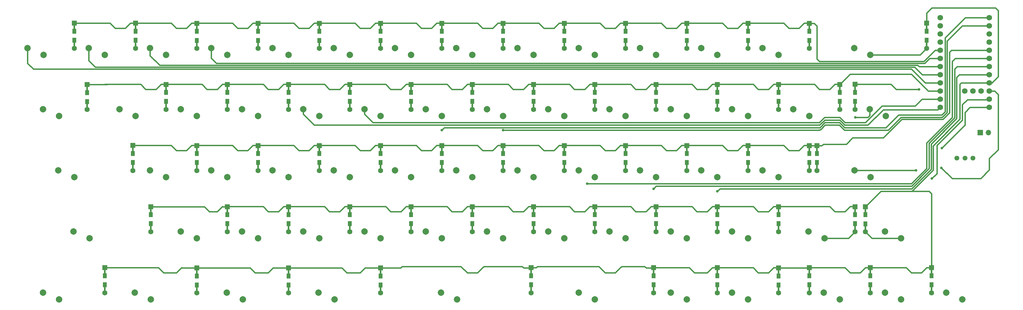
<source format=gtl>
G04 #@! TF.GenerationSoftware,KiCad,Pcbnew,(5.1.10)-1*
G04 #@! TF.CreationDate,2022-02-10T09:54:13+11:00*
G04 #@! TF.ProjectId,mf68,6d663638-2e6b-4696-9361-645f70636258,rev?*
G04 #@! TF.SameCoordinates,Original*
G04 #@! TF.FileFunction,Copper,L1,Top*
G04 #@! TF.FilePolarity,Positive*
%FSLAX46Y46*%
G04 Gerber Fmt 4.6, Leading zero omitted, Abs format (unit mm)*
G04 Created by KiCad (PCBNEW (5.1.10)-1) date 2022-02-10 09:54:13*
%MOMM*%
%LPD*%
G01*
G04 APERTURE LIST*
G04 #@! TA.AperFunction,ComponentPad*
%ADD10C,2.000000*%
G04 #@! TD*
G04 #@! TA.AperFunction,ComponentPad*
%ADD11R,1.600000X1.600000*%
G04 #@! TD*
G04 #@! TA.AperFunction,ComponentPad*
%ADD12C,1.600000*%
G04 #@! TD*
G04 #@! TA.AperFunction,SMDPad,CuDef*
%ADD13R,0.500000X2.900000*%
G04 #@! TD*
G04 #@! TA.AperFunction,SMDPad,CuDef*
%ADD14R,1.200000X1.600000*%
G04 #@! TD*
G04 #@! TA.AperFunction,ComponentPad*
%ADD15O,1.700000X1.700000*%
G04 #@! TD*
G04 #@! TA.AperFunction,ComponentPad*
%ADD16R,1.700000X1.700000*%
G04 #@! TD*
G04 #@! TA.AperFunction,ComponentPad*
%ADD17C,1.500000*%
G04 #@! TD*
G04 #@! TA.AperFunction,ComponentPad*
%ADD18C,1.752600*%
G04 #@! TD*
G04 #@! TA.AperFunction,ViaPad*
%ADD19C,0.800000*%
G04 #@! TD*
G04 #@! TA.AperFunction,Conductor*
%ADD20C,0.400000*%
G04 #@! TD*
G04 APERTURE END LIST*
D10*
X128350000Y-149850000D03*
X133350000Y-151950000D03*
X166450000Y-149850000D03*
X171450000Y-151950000D03*
X295006000Y-73650000D03*
X300006000Y-75750000D03*
X209312500Y-149850000D03*
X214312500Y-151950000D03*
X295037500Y-111750000D03*
X300037500Y-113850000D03*
X47387500Y-111750000D03*
X52387500Y-113850000D03*
D11*
X317500000Y-65881250D03*
D12*
X317500000Y-73681250D03*
D13*
X317500000Y-67281250D03*
D14*
X317500000Y-68381250D03*
X317500000Y-71181250D03*
D13*
X317500000Y-72281250D03*
D11*
X298435400Y-123074150D03*
D12*
X298435400Y-130874150D03*
D13*
X298435400Y-124474150D03*
D14*
X298435400Y-125574150D03*
X298435400Y-128374150D03*
D13*
X298435400Y-129474150D03*
D11*
X319054800Y-142081250D03*
D12*
X319054800Y-149881250D03*
D13*
X319054800Y-143481250D03*
D14*
X319054800Y-144581250D03*
X319054800Y-147381250D03*
D13*
X319054800Y-148481250D03*
D11*
X300006000Y-142081250D03*
D12*
X300006000Y-149881250D03*
D13*
X300006000Y-143481250D03*
D14*
X300006000Y-144581250D03*
X300006000Y-147381250D03*
D13*
X300006000Y-148481250D03*
D11*
X280987500Y-142081250D03*
D12*
X280987500Y-149881250D03*
D13*
X280987500Y-143481250D03*
D14*
X280987500Y-144581250D03*
X280987500Y-147381250D03*
D13*
X280987500Y-148481250D03*
D11*
X271432800Y-142150000D03*
D12*
X271432800Y-149950000D03*
D13*
X271432800Y-143550000D03*
D14*
X271432800Y-144650000D03*
X271432800Y-147450000D03*
D13*
X271432800Y-148550000D03*
D11*
X252384000Y-142081250D03*
D12*
X252384000Y-149881250D03*
D13*
X252384000Y-143481250D03*
D14*
X252384000Y-144581250D03*
X252384000Y-147381250D03*
D13*
X252384000Y-148481250D03*
D11*
X232568750Y-142081250D03*
D12*
X232568750Y-149881250D03*
D13*
X232568750Y-143481250D03*
D14*
X232568750Y-144581250D03*
X232568750Y-147381250D03*
D13*
X232568750Y-148481250D03*
D11*
X194468750Y-142081250D03*
D12*
X194468750Y-149881250D03*
D13*
X194468750Y-143481250D03*
D14*
X194468750Y-144581250D03*
X194468750Y-147381250D03*
D13*
X194468750Y-148481250D03*
D11*
X147637500Y-142150000D03*
D12*
X147637500Y-149950000D03*
D13*
X147637500Y-143550000D03*
D14*
X147637500Y-144650000D03*
X147637500Y-147450000D03*
D13*
X147637500Y-148550000D03*
D11*
X119062500Y-142150000D03*
D12*
X119062500Y-149950000D03*
D13*
X119062500Y-143550000D03*
D14*
X119062500Y-144650000D03*
X119062500Y-147450000D03*
D13*
X119062500Y-148550000D03*
D11*
X90487500Y-142150000D03*
D12*
X90487500Y-149950000D03*
D13*
X90487500Y-143550000D03*
D14*
X90487500Y-144650000D03*
X90487500Y-147450000D03*
D13*
X90487500Y-148550000D03*
D11*
X61912500Y-142081250D03*
D12*
X61912500Y-149881250D03*
D13*
X61912500Y-143481250D03*
D14*
X61912500Y-144581250D03*
X61912500Y-147381250D03*
D13*
X61912500Y-148481250D03*
D11*
X295243800Y-84931250D03*
D12*
X295243800Y-92731250D03*
D13*
X295243800Y-86331250D03*
D14*
X295243800Y-87431250D03*
X295243800Y-90231250D03*
D13*
X295243800Y-91331250D03*
D11*
X295243800Y-123066950D03*
D12*
X295243800Y-130866950D03*
D13*
X295243800Y-124466950D03*
D14*
X295243800Y-125566950D03*
X295243800Y-128366950D03*
D13*
X295243800Y-129466950D03*
D11*
X271432800Y-123066950D03*
D12*
X271432800Y-130866950D03*
D13*
X271432800Y-124466950D03*
D14*
X271432800Y-125566950D03*
X271432800Y-128366950D03*
D13*
X271432800Y-129466950D03*
D11*
X252384000Y-123066950D03*
D12*
X252384000Y-130866950D03*
D13*
X252384000Y-124466950D03*
D14*
X252384000Y-125566950D03*
X252384000Y-128366950D03*
D13*
X252384000Y-129466950D03*
D11*
X233335200Y-123066950D03*
D12*
X233335200Y-130866950D03*
D13*
X233335200Y-124466950D03*
D14*
X233335200Y-125566950D03*
X233335200Y-128366950D03*
D13*
X233335200Y-129466950D03*
D11*
X214286400Y-123066950D03*
D12*
X214286400Y-130866950D03*
D13*
X214286400Y-124466950D03*
D14*
X214286400Y-125566950D03*
X214286400Y-128366950D03*
D13*
X214286400Y-129466950D03*
D11*
X195237600Y-123066950D03*
D12*
X195237600Y-130866950D03*
D13*
X195237600Y-124466950D03*
D14*
X195237600Y-125566950D03*
X195237600Y-128366950D03*
D13*
X195237600Y-129466950D03*
D11*
X176188800Y-123066950D03*
D12*
X176188800Y-130866950D03*
D13*
X176188800Y-124466950D03*
D14*
X176188800Y-125566950D03*
X176188800Y-128366950D03*
D13*
X176188800Y-129466950D03*
D11*
X157140000Y-123066950D03*
D12*
X157140000Y-130866950D03*
D13*
X157140000Y-124466950D03*
D14*
X157140000Y-125566950D03*
X157140000Y-128366950D03*
D13*
X157140000Y-129466950D03*
D11*
X138091200Y-123066950D03*
D12*
X138091200Y-130866950D03*
D13*
X138091200Y-124466950D03*
D14*
X138091200Y-125566950D03*
X138091200Y-128366950D03*
D13*
X138091200Y-129466950D03*
D11*
X119042400Y-123066950D03*
D12*
X119042400Y-130866950D03*
D13*
X119042400Y-124466950D03*
D14*
X119042400Y-125566950D03*
X119042400Y-128366950D03*
D13*
X119042400Y-129466950D03*
D11*
X99993600Y-123066950D03*
D12*
X99993600Y-130866950D03*
D13*
X99993600Y-124466950D03*
D14*
X99993600Y-125566950D03*
X99993600Y-128366950D03*
D13*
X99993600Y-129466950D03*
D11*
X76182600Y-123066950D03*
D12*
X76182600Y-130866950D03*
D13*
X76182600Y-124466950D03*
D14*
X76182600Y-125566950D03*
X76182600Y-128366950D03*
D13*
X76182600Y-129466950D03*
D11*
X283368750Y-104018150D03*
D12*
X283368750Y-111818150D03*
D13*
X283368750Y-105418150D03*
D14*
X283368750Y-106518150D03*
X283368750Y-109318150D03*
D13*
X283368750Y-110418150D03*
D11*
X280987500Y-104018150D03*
D12*
X280987500Y-111818150D03*
D13*
X280987500Y-105418150D03*
D14*
X280987500Y-106518150D03*
X280987500Y-109318150D03*
D13*
X280987500Y-110418150D03*
D11*
X261908400Y-104018150D03*
D12*
X261908400Y-111818150D03*
D13*
X261908400Y-105418150D03*
D14*
X261908400Y-106518150D03*
X261908400Y-109318150D03*
D13*
X261908400Y-110418150D03*
D11*
X242859600Y-104018150D03*
D12*
X242859600Y-111818150D03*
D13*
X242859600Y-105418150D03*
D14*
X242859600Y-106518150D03*
X242859600Y-109318150D03*
D13*
X242859600Y-110418150D03*
D11*
X223810800Y-104018150D03*
D12*
X223810800Y-111818150D03*
D13*
X223810800Y-105418150D03*
D14*
X223810800Y-106518150D03*
X223810800Y-109318150D03*
D13*
X223810800Y-110418150D03*
D11*
X204762000Y-104018150D03*
D12*
X204762000Y-111818150D03*
D13*
X204762000Y-105418150D03*
D14*
X204762000Y-106518150D03*
X204762000Y-109318150D03*
D13*
X204762000Y-110418150D03*
D11*
X185713200Y-104018150D03*
D12*
X185713200Y-111818150D03*
D13*
X185713200Y-105418150D03*
D14*
X185713200Y-106518150D03*
X185713200Y-109318150D03*
D13*
X185713200Y-110418150D03*
D11*
X166664400Y-104018150D03*
D12*
X166664400Y-111818150D03*
D13*
X166664400Y-105418150D03*
D14*
X166664400Y-106518150D03*
X166664400Y-109318150D03*
D13*
X166664400Y-110418150D03*
D11*
X147615600Y-104018150D03*
D12*
X147615600Y-111818150D03*
D13*
X147615600Y-105418150D03*
D14*
X147615600Y-106518150D03*
X147615600Y-109318150D03*
D13*
X147615600Y-110418150D03*
D11*
X128566800Y-104018150D03*
D12*
X128566800Y-111818150D03*
D13*
X128566800Y-105418150D03*
D14*
X128566800Y-106518150D03*
X128566800Y-109318150D03*
D13*
X128566800Y-110418150D03*
D11*
X109518000Y-104018150D03*
D12*
X109518000Y-111818150D03*
D13*
X109518000Y-105418150D03*
D14*
X109518000Y-106518150D03*
X109518000Y-109318150D03*
D13*
X109518000Y-110418150D03*
D11*
X90469200Y-104018150D03*
D12*
X90469200Y-111818150D03*
D13*
X90469200Y-105418150D03*
D14*
X90469200Y-106518150D03*
X90469200Y-109318150D03*
D13*
X90469200Y-110418150D03*
D11*
X70643750Y-103981250D03*
D12*
X70643750Y-111781250D03*
D13*
X70643750Y-105381250D03*
D14*
X70643750Y-106481250D03*
X70643750Y-109281250D03*
D13*
X70643750Y-110381250D03*
D11*
X290481600Y-84969350D03*
D12*
X290481600Y-92769350D03*
D13*
X290481600Y-86369350D03*
D14*
X290481600Y-87469350D03*
X290481600Y-90269350D03*
D13*
X290481600Y-91369350D03*
D11*
X271432800Y-84969350D03*
D12*
X271432800Y-92769350D03*
D13*
X271432800Y-86369350D03*
D14*
X271432800Y-87469350D03*
X271432800Y-90269350D03*
D13*
X271432800Y-91369350D03*
D11*
X252384000Y-84969350D03*
D12*
X252384000Y-92769350D03*
D13*
X252384000Y-86369350D03*
D14*
X252384000Y-87469350D03*
X252384000Y-90269350D03*
D13*
X252384000Y-91369350D03*
D11*
X233335200Y-84969350D03*
D12*
X233335200Y-92769350D03*
D13*
X233335200Y-86369350D03*
D14*
X233335200Y-87469350D03*
X233335200Y-90269350D03*
D13*
X233335200Y-91369350D03*
D11*
X214286400Y-84969350D03*
D12*
X214286400Y-92769350D03*
D13*
X214286400Y-86369350D03*
D14*
X214286400Y-87469350D03*
X214286400Y-90269350D03*
D13*
X214286400Y-91369350D03*
D11*
X195237600Y-84969350D03*
D12*
X195237600Y-92769350D03*
D13*
X195237600Y-86369350D03*
D14*
X195237600Y-87469350D03*
X195237600Y-90269350D03*
D13*
X195237600Y-91369350D03*
D11*
X176188800Y-84969350D03*
D12*
X176188800Y-92769350D03*
D13*
X176188800Y-86369350D03*
D14*
X176188800Y-87469350D03*
X176188800Y-90269350D03*
D13*
X176188800Y-91369350D03*
D11*
X157140000Y-84969350D03*
D12*
X157140000Y-92769350D03*
D13*
X157140000Y-86369350D03*
D14*
X157140000Y-87469350D03*
X157140000Y-90269350D03*
D13*
X157140000Y-91369350D03*
D11*
X138091200Y-84969350D03*
D12*
X138091200Y-92769350D03*
D13*
X138091200Y-86369350D03*
D14*
X138091200Y-87469350D03*
X138091200Y-90269350D03*
D13*
X138091200Y-91369350D03*
D11*
X119042400Y-84969350D03*
D12*
X119042400Y-92769350D03*
D13*
X119042400Y-86369350D03*
D14*
X119042400Y-87469350D03*
X119042400Y-90269350D03*
D13*
X119042400Y-91369350D03*
D11*
X99993600Y-84969350D03*
D12*
X99993600Y-92769350D03*
D13*
X99993600Y-86369350D03*
D14*
X99993600Y-87469350D03*
X99993600Y-90269350D03*
D13*
X99993600Y-91369350D03*
D11*
X80944800Y-84969350D03*
D12*
X80944800Y-92769350D03*
D13*
X80944800Y-86369350D03*
D14*
X80944800Y-87469350D03*
X80944800Y-90269350D03*
D13*
X80944800Y-91369350D03*
D11*
X56400000Y-84985946D03*
D12*
X56400000Y-92785946D03*
D13*
X56400000Y-86385946D03*
D14*
X56400000Y-87485946D03*
X56400000Y-90285946D03*
D13*
X56400000Y-91385946D03*
D11*
X280957200Y-65920550D03*
D12*
X280957200Y-73720550D03*
D13*
X280957200Y-67320550D03*
D14*
X280957200Y-68420550D03*
X280957200Y-71220550D03*
D13*
X280957200Y-72320550D03*
D11*
X261908400Y-65920550D03*
D12*
X261908400Y-73720550D03*
D13*
X261908400Y-67320550D03*
D14*
X261908400Y-68420550D03*
X261908400Y-71220550D03*
D13*
X261908400Y-72320550D03*
D11*
X242859600Y-65920550D03*
D12*
X242859600Y-73720550D03*
D13*
X242859600Y-67320550D03*
D14*
X242859600Y-68420550D03*
X242859600Y-71220550D03*
D13*
X242859600Y-72320550D03*
D11*
X223810800Y-65920550D03*
D12*
X223810800Y-73720550D03*
D13*
X223810800Y-67320550D03*
D14*
X223810800Y-68420550D03*
X223810800Y-71220550D03*
D13*
X223810800Y-72320550D03*
D11*
X204762000Y-65920550D03*
D12*
X204762000Y-73720550D03*
D13*
X204762000Y-67320550D03*
D14*
X204762000Y-68420550D03*
X204762000Y-71220550D03*
D13*
X204762000Y-72320550D03*
D11*
X185713200Y-65920550D03*
D12*
X185713200Y-73720550D03*
D13*
X185713200Y-67320550D03*
D14*
X185713200Y-68420550D03*
X185713200Y-71220550D03*
D13*
X185713200Y-72320550D03*
D11*
X166664400Y-65920550D03*
D12*
X166664400Y-73720550D03*
D13*
X166664400Y-67320550D03*
D14*
X166664400Y-68420550D03*
X166664400Y-71220550D03*
D13*
X166664400Y-72320550D03*
D11*
X147615600Y-65920550D03*
D12*
X147615600Y-73720550D03*
D13*
X147615600Y-67320550D03*
D14*
X147615600Y-68420550D03*
X147615600Y-71220550D03*
D13*
X147615600Y-72320550D03*
D11*
X128566800Y-65920550D03*
D12*
X128566800Y-73720550D03*
D13*
X128566800Y-67320550D03*
D14*
X128566800Y-68420550D03*
X128566800Y-71220550D03*
D13*
X128566800Y-72320550D03*
D11*
X109518000Y-65920550D03*
D12*
X109518000Y-73720550D03*
D13*
X109518000Y-67320550D03*
D14*
X109518000Y-68420550D03*
X109518000Y-71220550D03*
D13*
X109518000Y-72320550D03*
D11*
X90487500Y-65920550D03*
D12*
X90487500Y-73720550D03*
D13*
X90487500Y-67320550D03*
D14*
X90487500Y-68420550D03*
X90487500Y-71220550D03*
D13*
X90487500Y-72320550D03*
D11*
X71437500Y-65881250D03*
D12*
X71437500Y-73681250D03*
D13*
X71437500Y-67281250D03*
D14*
X71437500Y-68381250D03*
X71437500Y-71181250D03*
D13*
X71437500Y-72281250D03*
D11*
X52387500Y-65881250D03*
D12*
X52387500Y-73681250D03*
D13*
X52387500Y-67281250D03*
D14*
X52387500Y-68381250D03*
X52387500Y-71181250D03*
D13*
X52387500Y-72281250D03*
D10*
X123566800Y-92700000D03*
X128566800Y-94800000D03*
X304562500Y-130800000D03*
X309562500Y-132900000D03*
X323612500Y-149850000D03*
X328612500Y-151950000D03*
X304562500Y-149850000D03*
X309562500Y-151950000D03*
X285481600Y-149850000D03*
X290481600Y-151950000D03*
X256937500Y-149850000D03*
X261937500Y-151950000D03*
X237887500Y-149850000D03*
X242887500Y-151950000D03*
X256937500Y-130800000D03*
X261937500Y-132900000D03*
X237887500Y-130800000D03*
X242887500Y-132900000D03*
X218837500Y-130800000D03*
X223837500Y-132900000D03*
X199787500Y-130800000D03*
X204787500Y-132900000D03*
X180737500Y-130800000D03*
X185737500Y-132900000D03*
X161687500Y-130800000D03*
X166687500Y-132900000D03*
X142637500Y-130800000D03*
X147637500Y-132900000D03*
X123587500Y-130800000D03*
X128587500Y-132900000D03*
X104537500Y-130800000D03*
X109537500Y-132900000D03*
X85469200Y-130800000D03*
X90469200Y-132900000D03*
X266462500Y-111750000D03*
X271462500Y-113850000D03*
X247412500Y-111750000D03*
X252412500Y-113850000D03*
X228362500Y-111750000D03*
X233362500Y-113850000D03*
X209312500Y-111750000D03*
X214312500Y-113850000D03*
X190262500Y-111750000D03*
X195262500Y-113850000D03*
X171212500Y-111750000D03*
X176212500Y-113850000D03*
X152162500Y-111750000D03*
X157162500Y-113850000D03*
X133112500Y-111750000D03*
X138112500Y-113850000D03*
X114062500Y-111750000D03*
X119062500Y-113850000D03*
X95012500Y-111750000D03*
X100012500Y-113850000D03*
X75962500Y-111750000D03*
X80962500Y-113850000D03*
X275987500Y-92700000D03*
X280987500Y-94800000D03*
X256937500Y-92700000D03*
X261937500Y-94800000D03*
X237887500Y-92700000D03*
X242887500Y-94800000D03*
X218837500Y-92700000D03*
X223837500Y-94800000D03*
X199787500Y-92700000D03*
X204787500Y-94800000D03*
X180713200Y-92700000D03*
X185713200Y-94800000D03*
X161664400Y-92700000D03*
X166664400Y-94800000D03*
X142637500Y-92700000D03*
X147637500Y-94800000D03*
X104518000Y-92700000D03*
X109518000Y-94800000D03*
X85469200Y-92700000D03*
X90469200Y-94800000D03*
X66420400Y-92700000D03*
X71420400Y-94800000D03*
X266432800Y-73650000D03*
X271432800Y-75750000D03*
X247384000Y-73650000D03*
X252384000Y-75750000D03*
X228335200Y-73650000D03*
X233335200Y-75750000D03*
X209286400Y-73650000D03*
X214286400Y-75750000D03*
X190237600Y-73650000D03*
X195237600Y-75750000D03*
X171188800Y-73650000D03*
X176188800Y-75750000D03*
X152140000Y-73650000D03*
X157140000Y-75750000D03*
X133091200Y-73650000D03*
X138091200Y-75750000D03*
X114062500Y-73650000D03*
X119062500Y-75750000D03*
X95012500Y-73650000D03*
X100012500Y-75750000D03*
X75962500Y-73650000D03*
X80962500Y-75750000D03*
X56912500Y-73650000D03*
X61912500Y-75750000D03*
X37862500Y-73650000D03*
X42862500Y-75750000D03*
X99775000Y-149850000D03*
X104775000Y-151950000D03*
X71200000Y-149850000D03*
X76200000Y-151950000D03*
X42621940Y-149840616D03*
X47621940Y-151940616D03*
X299824100Y-92700000D03*
X304824100Y-94800000D03*
X280750000Y-130800000D03*
X285750000Y-132900000D03*
X52150000Y-130800000D03*
X57150000Y-132900000D03*
X42621940Y-92694288D03*
X47621940Y-94794288D03*
D15*
X336675100Y-99981400D03*
D16*
X334135100Y-99981400D03*
D17*
X331900000Y-107918400D03*
X329400000Y-107918400D03*
X326900000Y-107918400D03*
D18*
X336992900Y-64180000D03*
X336992900Y-66720000D03*
X336992900Y-69260000D03*
X336992900Y-71800000D03*
X336992900Y-74340000D03*
X336992900Y-76880000D03*
X336992900Y-79420000D03*
X336992900Y-81960000D03*
X336992900Y-84500000D03*
X336992900Y-87040000D03*
X336992900Y-89580000D03*
X321752900Y-92120000D03*
X321752900Y-89580000D03*
X321752900Y-87040000D03*
X321752900Y-84500000D03*
X321752900Y-81960000D03*
X321752900Y-79420000D03*
X321752900Y-76880000D03*
X321752900Y-74340000D03*
X321752900Y-71800000D03*
X321752900Y-69260000D03*
X321752900Y-66720000D03*
X336992900Y-92120000D03*
X321752900Y-64180000D03*
X334452900Y-87040000D03*
X331912900Y-87040000D03*
X329372900Y-87040000D03*
D19*
X315118750Y-86518750D03*
X322262500Y-104775000D03*
X166687500Y-99218750D03*
X185737500Y-99225000D03*
X211931250Y-115887500D03*
X232568750Y-117475000D03*
X252412500Y-118268750D03*
X319087500Y-114300000D03*
X322093750Y-110956250D03*
X295275000Y-95250000D03*
X314156250Y-111750000D03*
D20*
X277812500Y-67468750D02*
X279400000Y-65881250D01*
X274637500Y-67468750D02*
X277812500Y-67468750D01*
X279400000Y-65881250D02*
X280987500Y-65881250D01*
X261937500Y-65881250D02*
X273050000Y-65881250D01*
X273050000Y-65881250D02*
X274637500Y-67468750D01*
X258762500Y-67468750D02*
X260350000Y-65881250D01*
X255587500Y-67468750D02*
X258762500Y-67468750D01*
X260350000Y-65881250D02*
X261937500Y-65881250D01*
X242887500Y-65881250D02*
X254000000Y-65881250D01*
X254000000Y-65881250D02*
X255587500Y-67468750D01*
X239712500Y-67468750D02*
X241300000Y-65881250D01*
X236537500Y-67468750D02*
X239712500Y-67468750D01*
X241300000Y-65881250D02*
X242887500Y-65881250D01*
X223837500Y-65881250D02*
X234950000Y-65881250D01*
X234950000Y-65881250D02*
X236537500Y-67468750D01*
X220662500Y-67468750D02*
X222250000Y-65881250D01*
X217487500Y-67468750D02*
X220662500Y-67468750D01*
X222250000Y-65881250D02*
X223837500Y-65881250D01*
X204787500Y-65881250D02*
X215900000Y-65881250D01*
X215900000Y-65881250D02*
X217487500Y-67468750D01*
X201612500Y-67468750D02*
X203200000Y-65881250D01*
X198437500Y-67468750D02*
X201612500Y-67468750D01*
X203200000Y-65881250D02*
X204787500Y-65881250D01*
X185737500Y-65881250D02*
X196850000Y-65881250D01*
X196850000Y-65881250D02*
X198437500Y-67468750D01*
X182562500Y-67468750D02*
X184150000Y-65881250D01*
X179387500Y-67468750D02*
X182562500Y-67468750D01*
X184150000Y-65881250D02*
X185737500Y-65881250D01*
X166687500Y-65881250D02*
X177800000Y-65881250D01*
X177800000Y-65881250D02*
X179387500Y-67468750D01*
X163512500Y-67468750D02*
X165100000Y-65881250D01*
X160337500Y-67468750D02*
X163512500Y-67468750D01*
X165100000Y-65881250D02*
X166687500Y-65881250D01*
X147637500Y-65881250D02*
X158750000Y-65881250D01*
X158750000Y-65881250D02*
X160337500Y-67468750D01*
X144462500Y-67468750D02*
X146050000Y-65881250D01*
X141287500Y-67468750D02*
X144462500Y-67468750D01*
X146050000Y-65881250D02*
X147637500Y-65881250D01*
X128587500Y-65881250D02*
X139700000Y-65881250D01*
X139700000Y-65881250D02*
X141287500Y-67468750D01*
X125412500Y-67468750D02*
X127000000Y-65881250D01*
X122237500Y-67468750D02*
X125412500Y-67468750D01*
X127000000Y-65881250D02*
X128587500Y-65881250D01*
X109537500Y-65881250D02*
X120650000Y-65881250D01*
X120650000Y-65881250D02*
X122237500Y-67468750D01*
X106362500Y-67468750D02*
X107950000Y-65881250D01*
X103187500Y-67468750D02*
X106362500Y-67468750D01*
X107950000Y-65881250D02*
X109537500Y-65881250D01*
X90487500Y-65881250D02*
X101600000Y-65881250D01*
X101600000Y-65881250D02*
X103187500Y-67468750D01*
X87312500Y-67468750D02*
X88900000Y-65881250D01*
X84137500Y-67468750D02*
X87312500Y-67468750D01*
X88900000Y-65881250D02*
X90487500Y-65881250D01*
X71437500Y-65881250D02*
X82550000Y-65881250D01*
X82550000Y-65881250D02*
X84137500Y-67468750D01*
X52387500Y-65881250D02*
X63500000Y-65881250D01*
X69850000Y-65881250D02*
X71437500Y-65881250D01*
X65087500Y-67468750D02*
X68262500Y-67468750D01*
X68262500Y-67468750D02*
X69850000Y-65881250D01*
X63500000Y-65881250D02*
X65087500Y-67468750D01*
X280957200Y-65920550D02*
X282535700Y-65920550D01*
X282535700Y-65920550D02*
X283368750Y-66753600D01*
X283368750Y-76993750D02*
X284143710Y-77768710D01*
X283368750Y-66753600D02*
X283368750Y-76993750D01*
X320098958Y-74340000D02*
X321752900Y-74340000D01*
X316670248Y-77768710D02*
X320098958Y-74340000D01*
X284143710Y-77768710D02*
X316670248Y-77768710D01*
X77787500Y-86518750D02*
X79375000Y-84931250D01*
X74612500Y-86518750D02*
X77787500Y-86518750D01*
X79375000Y-84931250D02*
X80962500Y-84931250D01*
X73025000Y-84931250D02*
X74612500Y-86518750D01*
X111125000Y-84931250D02*
X112712500Y-86518750D01*
X93662500Y-86518750D02*
X96837500Y-86518750D01*
X96837500Y-86518750D02*
X98425000Y-84931250D01*
X112712500Y-86518750D02*
X115887500Y-86518750D01*
X92075000Y-84931250D02*
X93662500Y-86518750D01*
X117475000Y-84931250D02*
X119062500Y-84931250D01*
X98425000Y-84931250D02*
X100012500Y-84931250D01*
X80962500Y-84931250D02*
X92075000Y-84931250D01*
X115887500Y-86518750D02*
X117475000Y-84931250D01*
X100012500Y-84931250D02*
X111125000Y-84931250D01*
X174625000Y-84931250D02*
X176212500Y-84931250D01*
X168275000Y-84931250D02*
X169862500Y-86518750D01*
X211137500Y-86518750D02*
X212725000Y-84931250D01*
X212725000Y-84931250D02*
X214312500Y-84931250D01*
X214312500Y-84931250D02*
X225425000Y-84931250D01*
X263525000Y-84931250D02*
X265112500Y-86518750D01*
X130175000Y-84931250D02*
X131762500Y-86518750D01*
X119062500Y-84931250D02*
X130175000Y-84931250D01*
X246062500Y-86518750D02*
X249237500Y-86518750D01*
X250825000Y-84931250D02*
X252412500Y-84931250D01*
X284162500Y-86518750D02*
X287337500Y-86518750D01*
X157162500Y-84931250D02*
X168275000Y-84931250D01*
X187325000Y-84931250D02*
X188912500Y-86518750D01*
X136525000Y-84931250D02*
X138112500Y-84931250D01*
X230187500Y-86518750D02*
X231775000Y-84931250D01*
X149225000Y-84931250D02*
X150812500Y-86518750D01*
X227012500Y-86518750D02*
X230187500Y-86518750D01*
X150812500Y-86518750D02*
X153987500Y-86518750D01*
X155575000Y-84931250D02*
X157162500Y-84931250D01*
X193675000Y-84931250D02*
X195262500Y-84931250D01*
X173037500Y-86518750D02*
X174625000Y-84931250D01*
X269875000Y-84931250D02*
X271462500Y-84931250D01*
X288925000Y-84931250D02*
X290512500Y-84931250D01*
X282575000Y-84931250D02*
X284162500Y-86518750D01*
X268287500Y-86518750D02*
X269875000Y-84931250D01*
X131762500Y-86518750D02*
X134937500Y-86518750D01*
X169862500Y-86518750D02*
X173037500Y-86518750D01*
X153987500Y-86518750D02*
X155575000Y-84931250D01*
X287337500Y-86518750D02*
X288925000Y-84931250D01*
X206375000Y-84931250D02*
X207962500Y-86518750D01*
X271462500Y-84931250D02*
X282575000Y-84931250D01*
X134937500Y-86518750D02*
X136525000Y-84931250D01*
X233362500Y-84931250D02*
X244475000Y-84931250D01*
X195262500Y-84931250D02*
X206375000Y-84931250D01*
X265112500Y-86518750D02*
X268287500Y-86518750D01*
X192087500Y-86518750D02*
X193675000Y-84931250D01*
X244475000Y-84931250D02*
X246062500Y-86518750D01*
X207962500Y-86518750D02*
X211137500Y-86518750D01*
X231775000Y-84931250D02*
X233362500Y-84931250D01*
X188912500Y-86518750D02*
X192087500Y-86518750D01*
X225425000Y-84931250D02*
X227012500Y-86518750D01*
X138112500Y-84931250D02*
X149225000Y-84931250D01*
X249237500Y-86518750D02*
X250825000Y-84931250D01*
X252412500Y-84931250D02*
X263525000Y-84931250D01*
X176212500Y-84931250D02*
X187325000Y-84931250D01*
X62651554Y-84985946D02*
X62706250Y-84931250D01*
X56400000Y-84985946D02*
X62651554Y-84985946D01*
X62706250Y-84931250D02*
X73025000Y-84931250D01*
X61912500Y-84931250D02*
X62706250Y-84931250D01*
X321480400Y-87312500D02*
X321752900Y-87040000D01*
X318021250Y-87040000D02*
X321752900Y-87040000D01*
X312737500Y-81756250D02*
X318021250Y-87040000D01*
X293687500Y-81756250D02*
X312737500Y-81756250D01*
X290481600Y-84962150D02*
X293687500Y-81756250D01*
X290481600Y-84969350D02*
X290481600Y-84962150D01*
X101600000Y-103981250D02*
X103187500Y-105568750D01*
X90487500Y-103981250D02*
X101600000Y-103981250D01*
X106362500Y-105568750D02*
X107950000Y-103981250D01*
X107950000Y-103981250D02*
X109537500Y-103981250D01*
X103187500Y-105568750D02*
X106362500Y-105568750D01*
X165100000Y-103981250D02*
X166687500Y-103981250D01*
X160337500Y-105568750D02*
X163512500Y-105568750D01*
X163512500Y-105568750D02*
X165100000Y-103981250D01*
X147637500Y-103981250D02*
X158750000Y-103981250D01*
X158750000Y-103981250D02*
X160337500Y-105568750D01*
X201612500Y-105568750D02*
X203200000Y-103981250D01*
X198437500Y-105568750D02*
X201612500Y-105568750D01*
X185737500Y-103981250D02*
X196850000Y-103981250D01*
X196850000Y-103981250D02*
X198437500Y-105568750D01*
X203200000Y-103981250D02*
X204787500Y-103981250D01*
X204787500Y-103981250D02*
X215900000Y-103981250D01*
X220662500Y-105568750D02*
X222250000Y-103981250D01*
X217487500Y-105568750D02*
X220662500Y-105568750D01*
X222250000Y-103981250D02*
X223837500Y-103981250D01*
X215900000Y-103981250D02*
X217487500Y-105568750D01*
X254000000Y-103981250D02*
X255587500Y-105568750D01*
X242887500Y-103981250D02*
X254000000Y-103981250D01*
X255587500Y-105568750D02*
X258762500Y-105568750D01*
X258762500Y-105568750D02*
X260350000Y-103981250D01*
X260350000Y-103981250D02*
X261937500Y-103981250D01*
X120650000Y-103981250D02*
X122237500Y-105568750D01*
X125412500Y-105568750D02*
X127000000Y-103981250D01*
X122237500Y-105568750D02*
X125412500Y-105568750D01*
X127000000Y-103981250D02*
X128587500Y-103981250D01*
X109537500Y-103981250D02*
X120650000Y-103981250D01*
X236537500Y-105568750D02*
X239712500Y-105568750D01*
X239712500Y-105568750D02*
X241300000Y-103981250D01*
X234950000Y-103981250D02*
X236537500Y-105568750D01*
X223837500Y-103981250D02*
X234950000Y-103981250D01*
X241300000Y-103981250D02*
X242887500Y-103981250D01*
X274637500Y-105568750D02*
X277812500Y-105568750D01*
X279400000Y-103981250D02*
X280987500Y-103981250D01*
X273050000Y-103981250D02*
X274637500Y-105568750D01*
X277812500Y-105568750D02*
X279400000Y-103981250D01*
X261937500Y-103981250D02*
X273050000Y-103981250D01*
X177800000Y-103981250D02*
X179387500Y-105568750D01*
X166687500Y-103981250D02*
X177800000Y-103981250D01*
X179387500Y-105568750D02*
X182562500Y-105568750D01*
X182562500Y-105568750D02*
X184150000Y-103981250D01*
X184150000Y-103981250D02*
X185737500Y-103981250D01*
X139700000Y-103981250D02*
X141287500Y-105568750D01*
X128587500Y-103981250D02*
X139700000Y-103981250D01*
X144462500Y-105568750D02*
X146050000Y-103981250D01*
X146050000Y-103981250D02*
X147637500Y-103981250D01*
X141287500Y-105568750D02*
X144462500Y-105568750D01*
X88900000Y-103981250D02*
X90487500Y-103981250D01*
X82550000Y-103981250D02*
X84137500Y-105568750D01*
X87312500Y-105568750D02*
X88900000Y-103981250D01*
X84137500Y-105568750D02*
X87312500Y-105568750D01*
X71437500Y-103981250D02*
X82550000Y-103981250D01*
X280987500Y-104018150D02*
X283368750Y-104018150D01*
X322565825Y-95850009D02*
X324643750Y-93772084D01*
X309811032Y-95850010D02*
X322565825Y-95850009D01*
X292513100Y-103568150D02*
X294481250Y-101600000D01*
X304061042Y-101600000D02*
X309811032Y-95850010D01*
X285369350Y-103568150D02*
X292513100Y-103568150D01*
X324643750Y-93772084D02*
X324643750Y-74861250D01*
X283368750Y-104018150D02*
X284919350Y-104018150D01*
X294481250Y-101600000D02*
X304061042Y-101600000D01*
X284919350Y-104018150D02*
X285369350Y-103568150D01*
X336992900Y-74340000D02*
X325165000Y-74340000D01*
X324643750Y-74861250D02*
X325165000Y-74340000D01*
X268287500Y-124618750D02*
X269875000Y-123031250D01*
X265112500Y-124618750D02*
X268287500Y-124618750D01*
X269875000Y-123031250D02*
X271462500Y-123031250D01*
X263525000Y-123031250D02*
X265112500Y-124618750D01*
X252412500Y-123031250D02*
X263525000Y-123031250D01*
X249237500Y-124618750D02*
X250825000Y-123031250D01*
X233362500Y-123031250D02*
X244475000Y-123031250D01*
X244475000Y-123031250D02*
X246062500Y-124618750D01*
X250825000Y-123031250D02*
X252412500Y-123031250D01*
X246062500Y-124618750D02*
X249237500Y-124618750D01*
X230187500Y-124618750D02*
X231775000Y-123031250D01*
X227012500Y-124618750D02*
X230187500Y-124618750D01*
X231775000Y-123031250D02*
X233362500Y-123031250D01*
X225425000Y-123031250D02*
X227012500Y-124618750D01*
X214312500Y-123031250D02*
X225425000Y-123031250D01*
X211137500Y-124618750D02*
X212725000Y-123031250D01*
X207962500Y-124618750D02*
X211137500Y-124618750D01*
X212725000Y-123031250D02*
X214312500Y-123031250D01*
X206375000Y-123031250D02*
X207962500Y-124618750D01*
X195262500Y-123031250D02*
X206375000Y-123031250D01*
X192087500Y-124618750D02*
X193675000Y-123031250D01*
X188912500Y-124618750D02*
X192087500Y-124618750D01*
X193675000Y-123031250D02*
X195262500Y-123031250D01*
X187325000Y-123031250D02*
X188912500Y-124618750D01*
X176212500Y-123031250D02*
X187325000Y-123031250D01*
X173037500Y-124618750D02*
X174625000Y-123031250D01*
X169862500Y-124618750D02*
X173037500Y-124618750D01*
X174625000Y-123031250D02*
X176212500Y-123031250D01*
X168275000Y-123031250D02*
X169862500Y-124618750D01*
X157162500Y-123031250D02*
X168275000Y-123031250D01*
X153987500Y-124618750D02*
X155575000Y-123031250D01*
X150812500Y-124618750D02*
X153987500Y-124618750D01*
X155575000Y-123031250D02*
X157162500Y-123031250D01*
X149225000Y-123031250D02*
X150812500Y-124618750D01*
X138112500Y-123031250D02*
X149225000Y-123031250D01*
X134937500Y-124618750D02*
X136525000Y-123031250D01*
X131762500Y-124618750D02*
X134937500Y-124618750D01*
X136525000Y-123031250D02*
X138112500Y-123031250D01*
X130175000Y-123031250D02*
X131762500Y-124618750D01*
X119062500Y-123031250D02*
X130175000Y-123031250D01*
X115887500Y-124618750D02*
X117475000Y-123031250D01*
X112712500Y-124618750D02*
X115887500Y-124618750D01*
X117475000Y-123031250D02*
X119062500Y-123031250D01*
X111125000Y-123031250D02*
X112712500Y-124618750D01*
X100012500Y-123031250D02*
X111125000Y-123031250D01*
X76182600Y-123066950D02*
X92833050Y-123066950D01*
X92833050Y-123066950D02*
X94384850Y-124618750D01*
X96837500Y-124618750D02*
X98425000Y-123031250D01*
X94384850Y-124618750D02*
X96837500Y-124618750D01*
X98460700Y-123066950D02*
X99993600Y-123066950D01*
X98425000Y-123031250D02*
X98460700Y-123066950D01*
X271468500Y-123031250D02*
X271432800Y-123066950D01*
X287337500Y-123031250D02*
X271468500Y-123031250D01*
X288925000Y-124618750D02*
X287337500Y-123031250D01*
X292100000Y-124618750D02*
X288925000Y-124618750D01*
X293687500Y-123031250D02*
X292100000Y-124618750D01*
X295275000Y-123031250D02*
X293687500Y-123031250D01*
X295243800Y-84931250D02*
X306387500Y-84931250D01*
X306387500Y-84931250D02*
X307975000Y-86518750D01*
X307975000Y-86518750D02*
X314325000Y-86518750D01*
X314325000Y-86518750D02*
X315118750Y-86518750D01*
X322262500Y-104775000D02*
X329406250Y-97631250D01*
X329406250Y-97631250D02*
X329406250Y-93662500D01*
X330948750Y-92120000D02*
X336992900Y-92120000D01*
X329406250Y-93662500D02*
X330948750Y-92120000D01*
X293210750Y-132900000D02*
X295243800Y-130866950D01*
X285750000Y-132900000D02*
X293210750Y-132900000D01*
X192156250Y-142150000D02*
X194400000Y-142150000D01*
X191706250Y-141700000D02*
X192156250Y-142150000D01*
X315912500Y-143668750D02*
X317500000Y-142081250D01*
X312737500Y-143668750D02*
X315912500Y-143668750D01*
X311150000Y-142081250D02*
X312737500Y-143668750D01*
X300037500Y-142081250D02*
X311150000Y-142081250D01*
X317500000Y-142081250D02*
X319087500Y-142081250D01*
X296862500Y-143668750D02*
X298450000Y-142081250D01*
X293687500Y-143668750D02*
X296862500Y-143668750D01*
X292100000Y-142081250D02*
X293687500Y-143668750D01*
X280987500Y-142081250D02*
X292100000Y-142081250D01*
X298450000Y-142081250D02*
X300037500Y-142081250D01*
X268287500Y-143668750D02*
X269875000Y-142081250D01*
X265112500Y-143668750D02*
X268287500Y-143668750D01*
X263525000Y-142081250D02*
X265112500Y-143668750D01*
X252412500Y-142081250D02*
X263525000Y-142081250D01*
X269875000Y-142081250D02*
X271462500Y-142081250D01*
X194537500Y-142081250D02*
X194468750Y-142150000D01*
X196056250Y-142081250D02*
X194537500Y-142081250D01*
X196437500Y-141700000D02*
X196056250Y-142081250D01*
X215518750Y-141700000D02*
X196437500Y-141700000D01*
X220662500Y-143668750D02*
X222250000Y-142081250D01*
X222250000Y-142081250D02*
X222281250Y-142081250D01*
X222281250Y-142081250D02*
X222662500Y-141700000D01*
X222662500Y-141700000D02*
X229012500Y-141700000D01*
X215518750Y-141700000D02*
X217487500Y-143668750D01*
X217487500Y-143668750D02*
X220662500Y-143668750D01*
X177800000Y-143668750D02*
X179387500Y-142081250D01*
X179418750Y-142081250D02*
X179800000Y-141700000D01*
X172656250Y-141700000D02*
X174625000Y-143668750D01*
X174625000Y-143668750D02*
X177800000Y-143668750D01*
X317500000Y-62706250D02*
X317500000Y-67281250D01*
X338931250Y-61118750D02*
X319087500Y-61118750D01*
X319087500Y-61118750D02*
X317500000Y-62706250D01*
X339725000Y-61912500D02*
X338931250Y-61118750D01*
X339725000Y-82550000D02*
X339725000Y-61912500D01*
X337775000Y-84500000D02*
X339725000Y-82550000D01*
X336992900Y-84500000D02*
X337775000Y-84500000D01*
X336992900Y-84500000D02*
X328250000Y-84500000D01*
X328250000Y-84500000D02*
X327818750Y-84931250D01*
X327818750Y-84931250D02*
X327818750Y-95765853D01*
X319493770Y-104090833D02*
X319493770Y-111676856D01*
X327818750Y-95765853D02*
X319493770Y-104090833D01*
X319493770Y-111676856D02*
X312901876Y-118268750D01*
X303240800Y-118268750D02*
X298435400Y-123074150D01*
X312901876Y-118268750D02*
X303240800Y-118268750D01*
X319054800Y-119029800D02*
X319054800Y-142081250D01*
X318293750Y-118268750D02*
X319054800Y-119029800D01*
X312901876Y-118268750D02*
X318293750Y-118268750D01*
X61912500Y-142081250D02*
X78581250Y-142081250D01*
X78581250Y-142081250D02*
X80168750Y-143668750D01*
X80168750Y-143668750D02*
X84137500Y-143668750D01*
X84137500Y-143668750D02*
X85725000Y-142081250D01*
X85793750Y-142150000D02*
X90487500Y-142150000D01*
X85725000Y-142081250D02*
X85793750Y-142150000D01*
X90487500Y-142150000D02*
X107087500Y-142150000D01*
X107087500Y-142150000D02*
X108606250Y-143668750D01*
X108606250Y-143668750D02*
X112712500Y-143668750D01*
X114231250Y-142150000D02*
X119062500Y-142150000D01*
X112712500Y-143668750D02*
X114231250Y-142150000D01*
X119131250Y-142081250D02*
X119062500Y-142150000D01*
X232500000Y-142150000D02*
X232568750Y-142081250D01*
X194400000Y-142150000D02*
X194468750Y-142081250D01*
X280918750Y-142150000D02*
X280987500Y-142081250D01*
X271432800Y-142150000D02*
X280918750Y-142150000D01*
X229806250Y-141700000D02*
X230256250Y-142150000D01*
X229012500Y-141700000D02*
X229806250Y-141700000D01*
X230256250Y-142150000D02*
X232500000Y-142150000D01*
X191706250Y-141700000D02*
X190881250Y-141700000D01*
X190881250Y-141700000D02*
X190912500Y-141700000D01*
X179800000Y-141700000D02*
X186118750Y-141700000D01*
X250825000Y-142081250D02*
X251618750Y-142081250D01*
X249237500Y-143668750D02*
X250825000Y-142081250D01*
X245268750Y-143668750D02*
X249237500Y-143668750D01*
X243681250Y-142081250D02*
X245268750Y-143668750D01*
X232568750Y-142081250D02*
X243681250Y-142081250D01*
X142806250Y-142150000D02*
X147637500Y-142150000D01*
X141287500Y-143668750D02*
X142806250Y-142150000D01*
X137181250Y-143668750D02*
X141287500Y-143668750D01*
X135662500Y-142150000D02*
X137181250Y-143668750D01*
X119062500Y-142150000D02*
X135662500Y-142150000D01*
X153918750Y-142150000D02*
X147637500Y-142150000D01*
X154368750Y-141700000D02*
X153918750Y-142150000D01*
X186118750Y-141700000D02*
X191706250Y-141700000D01*
X172656250Y-141700000D02*
X157543750Y-141700000D01*
X157543750Y-141700000D02*
X154368750Y-141700000D01*
X158337500Y-141700000D02*
X157543750Y-141700000D01*
X300461250Y-132900000D02*
X309562500Y-132900000D01*
X298435400Y-130874150D02*
X300461250Y-132900000D01*
X315431250Y-75750000D02*
X317500000Y-73681250D01*
X300006000Y-75750000D02*
X315431250Y-75750000D01*
X37862500Y-78343750D02*
X39687500Y-80168750D01*
X37862500Y-73650000D02*
X37862500Y-78343750D01*
X321752900Y-84500000D02*
X317068750Y-84500000D01*
X311150000Y-80168750D02*
X312737500Y-80168750D01*
X312737500Y-80168750D02*
X317068750Y-84500000D01*
X39687500Y-80168750D02*
X311150000Y-80168750D01*
X316116250Y-81960000D02*
X321752900Y-81960000D01*
X313724990Y-79568740D02*
X316116250Y-81960000D01*
X58931240Y-79568740D02*
X313724990Y-79568740D01*
X56912500Y-77550000D02*
X58931240Y-79568740D01*
X56912500Y-73650000D02*
X56912500Y-77550000D01*
X75962500Y-73650000D02*
X75962500Y-75962500D01*
X78968730Y-78968730D02*
X314712480Y-78968730D01*
X75962500Y-75962500D02*
X78968730Y-78968730D01*
X315163750Y-79420000D02*
X321752900Y-79420000D01*
X314712480Y-78968730D02*
X315163750Y-79420000D01*
X321752900Y-76880000D02*
X318407500Y-76880000D01*
X318407500Y-76880000D02*
X316918780Y-78368720D01*
X316918780Y-78368720D02*
X96624970Y-78368720D01*
X95012500Y-76756250D02*
X95012500Y-73650000D01*
X96624970Y-78368720D02*
X95012500Y-76756250D01*
X321707900Y-92075000D02*
X321752900Y-92120000D01*
X321004150Y-92868750D02*
X321752900Y-92120000D01*
X304006250Y-92868750D02*
X321004150Y-92868750D01*
X299243750Y-97631250D02*
X304006250Y-92868750D01*
X285804792Y-96043750D02*
X290457708Y-96043750D01*
X284217292Y-97631250D02*
X285804792Y-96043750D01*
X290457708Y-96043750D02*
X292045208Y-97631250D01*
X127000000Y-97631250D02*
X284217292Y-97631250D01*
X123566800Y-94198050D02*
X127000000Y-97631250D01*
X292045208Y-97631250D02*
X299243750Y-97631250D01*
X123566800Y-92700000D02*
X123566800Y-94198050D01*
X321639150Y-89693750D02*
X321752900Y-89580000D01*
X313928125Y-91678125D02*
X314518741Y-91087509D01*
X303609375Y-91678125D02*
X313928125Y-91678125D01*
X298450000Y-96837500D02*
X303609375Y-91678125D01*
X314518741Y-91087509D02*
X314518741Y-91032717D01*
X295275000Y-96837500D02*
X294481250Y-96837500D01*
X295275000Y-96837500D02*
X298450000Y-96837500D01*
X285750000Y-95250000D02*
X290512500Y-95250000D01*
X284162500Y-96837500D02*
X285750000Y-95250000D01*
X145256250Y-96837500D02*
X284162500Y-96837500D01*
X290512500Y-95250000D02*
X292100000Y-96837500D01*
X142637500Y-94218750D02*
X145256250Y-96837500D01*
X142637500Y-92700000D02*
X142637500Y-94218750D01*
X292100000Y-96837500D02*
X292893750Y-96837500D01*
X292893750Y-96837500D02*
X295275000Y-96837500D01*
X316026250Y-89580000D02*
X321752900Y-89580000D01*
X314518741Y-91087509D02*
X316026250Y-89580000D01*
X285859584Y-96837500D02*
X284272084Y-98425000D01*
X284272084Y-98425000D02*
X167481250Y-98425000D01*
X290402916Y-96837500D02*
X285859584Y-96837500D01*
X304800000Y-98425000D02*
X291990416Y-98425000D01*
X291990416Y-98425000D02*
X290402916Y-96837500D01*
X308768750Y-94456250D02*
X304800000Y-98425000D01*
X323249991Y-93468759D02*
X322262500Y-94456250D01*
X323249991Y-70450009D02*
X323249991Y-93468759D01*
X167481250Y-98425000D02*
X166687500Y-99218750D01*
X322262500Y-94456250D02*
X308768750Y-94456250D01*
X329520000Y-64180000D02*
X323249991Y-70450009D01*
X336992900Y-64180000D02*
X329520000Y-64180000D01*
X336947900Y-66675000D02*
X336992900Y-66720000D01*
X328612500Y-66675000D02*
X336947900Y-66675000D01*
X323850000Y-71437500D02*
X328612500Y-66675000D01*
X185743750Y-99218750D02*
X284162500Y-99218750D01*
X284162500Y-99218750D02*
X284356241Y-99025009D01*
X323850000Y-93717292D02*
X323850000Y-71437500D01*
X284356241Y-99025009D02*
X284520617Y-99025009D01*
X291935624Y-99218750D02*
X305593750Y-99218750D01*
X285914376Y-97631250D02*
X290348124Y-97631250D01*
X185737500Y-99225000D02*
X185743750Y-99218750D01*
X290348124Y-97631250D02*
X291935624Y-99218750D01*
X305593750Y-99218750D02*
X309562500Y-95250000D01*
X322456240Y-95056260D02*
X322511033Y-95056259D01*
X284520617Y-99025009D02*
X285914376Y-97631250D01*
X309562500Y-95250000D02*
X322262500Y-95250000D01*
X322262500Y-95250000D02*
X322456240Y-95056260D01*
X322511033Y-95056259D02*
X323850000Y-93717292D01*
X326345000Y-76880000D02*
X336992900Y-76880000D01*
X325437500Y-77787500D02*
X326345000Y-76880000D01*
X325437500Y-95250000D02*
X325437500Y-77787500D01*
X317500000Y-103187500D02*
X325437500Y-95250000D01*
X317500000Y-111125000D02*
X317500000Y-103187500D01*
X312737500Y-115887500D02*
X317500000Y-111125000D01*
X211931250Y-115887500D02*
X312737500Y-115887500D01*
X233362500Y-116681250D02*
X232568750Y-117475000D01*
X312792292Y-116681250D02*
X233362500Y-116681250D01*
X326037509Y-95498533D02*
X318293750Y-103242292D01*
X318293750Y-103242292D02*
X318293750Y-111179792D01*
X326037510Y-95443740D02*
X326037509Y-95498533D01*
X326231250Y-95250000D02*
X326037510Y-95443740D01*
X318293750Y-111179792D02*
X312792292Y-116681250D01*
X326231250Y-80168750D02*
X326231250Y-95250000D01*
X326980000Y-79420000D02*
X326231250Y-80168750D01*
X336992900Y-79420000D02*
X326980000Y-79420000D01*
X253206250Y-117475000D02*
X252412500Y-118268750D01*
X312847084Y-117475000D02*
X253206250Y-117475000D01*
X318893760Y-111428324D02*
X312847084Y-117475000D01*
X326831260Y-95553324D02*
X318893760Y-103490824D01*
X326831260Y-82743740D02*
X326831260Y-95553324D01*
X327615000Y-81960000D02*
X326831260Y-82743740D01*
X318893760Y-103490824D02*
X318893760Y-111428324D01*
X336992900Y-81960000D02*
X327615000Y-81960000D01*
X319087500Y-114300000D02*
X320675000Y-112712500D01*
X320675000Y-112712500D02*
X320675000Y-103981250D01*
X320675000Y-103981250D02*
X328612500Y-96043750D01*
X336879150Y-89693750D02*
X336992900Y-89580000D01*
X330200000Y-89693750D02*
X336879150Y-89693750D01*
X328612500Y-91281250D02*
X330200000Y-89693750D01*
X328612500Y-96043750D02*
X328612500Y-91281250D01*
X336992900Y-87040000D02*
X338658750Y-87040000D01*
X338658750Y-87040000D02*
X339725000Y-88106250D01*
X325437500Y-114300000D02*
X322093750Y-110956250D01*
X299824100Y-92700000D02*
X299824100Y-94614858D01*
X299188958Y-95250000D02*
X295275000Y-95250000D01*
X299824100Y-94614858D02*
X299188958Y-95250000D01*
X295037500Y-111750000D02*
X314156250Y-111750000D01*
X339725000Y-88106250D02*
X339725000Y-105275000D01*
X339725000Y-105275000D02*
X337000000Y-108000000D01*
X337000000Y-111600000D02*
X334300000Y-114300000D01*
X337000000Y-108000000D02*
X337000000Y-111600000D01*
X334300000Y-114300000D02*
X325437500Y-114300000D01*
M02*

</source>
